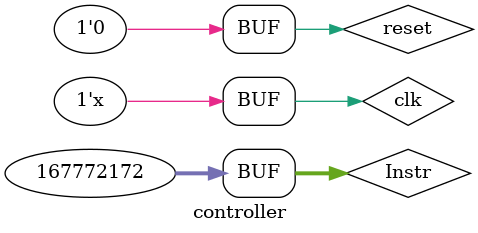
<source format=v>
`timescale 1ns / 1ps


module controller;

	// Inputs
	reg clk;
	reg reset;
	reg [31:0] Instr;

	wire MemWrite;
	wire PCSrc ;
	wire MemtoReg;
	wire PCS ;
	

	// Instantiate the Unit Under Test (UUT)
	controller_v uut (
		.clk(clk), .reset(reset), .Instr(Instr[31:12]), .MemWrite(MemWrite), .PCSrc(PCSrc), .MemtoReg(MemtoReg), .PCS_test(PCS)
	);

	initial begin
		// Initialize Inputs
		clk = 0;
		// Add stimulus here
		reset = 1;
		#10;
		reset = 0;
		Instr = 32'H0A00000C;
	end
	always@(*) begin
		#10;
	   clk = ~clk;
	end
      
endmodule


</source>
